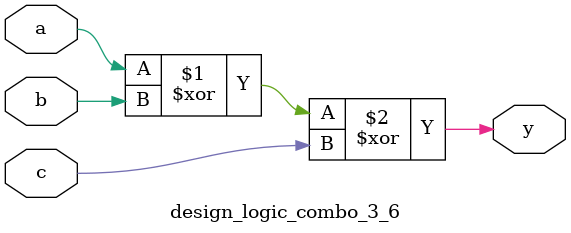
<source format=sv>
module design_logic_combo_3_6(input logic a,b,c, output logic y);
  assign y = (a ^ b) ^ c;
endmodule

</source>
